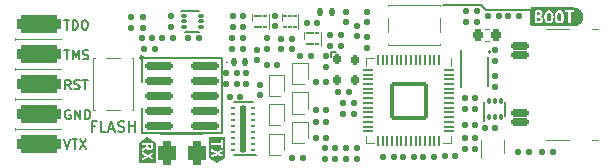
<source format=gbr>
G04 #@! TF.GenerationSoftware,KiCad,Pcbnew,7.0.7*
G04 #@! TF.CreationDate,2024-03-21T15:18:08+09:00*
G04 #@! TF.ProjectId,rs-probe,72732d70-726f-4626-952e-6b696361645f,rev?*
G04 #@! TF.SameCoordinates,Original*
G04 #@! TF.FileFunction,Legend,Top*
G04 #@! TF.FilePolarity,Positive*
%FSLAX46Y46*%
G04 Gerber Fmt 4.6, Leading zero omitted, Abs format (unit mm)*
G04 Created by KiCad (PCBNEW 7.0.7) date 2024-03-21 15:18:08*
%MOMM*%
%LPD*%
G01*
G04 APERTURE LIST*
G04 Aperture macros list*
%AMRoundRect*
0 Rectangle with rounded corners*
0 $1 Rounding radius*
0 $2 $3 $4 $5 $6 $7 $8 $9 X,Y pos of 4 corners*
0 Add a 4 corners polygon primitive as box body*
4,1,4,$2,$3,$4,$5,$6,$7,$8,$9,$2,$3,0*
0 Add four circle primitives for the rounded corners*
1,1,$1+$1,$2,$3*
1,1,$1+$1,$4,$5*
1,1,$1+$1,$6,$7*
1,1,$1+$1,$8,$9*
0 Add four rect primitives between the rounded corners*
20,1,$1+$1,$2,$3,$4,$5,0*
20,1,$1+$1,$4,$5,$6,$7,0*
20,1,$1+$1,$6,$7,$8,$9,0*
20,1,$1+$1,$8,$9,$2,$3,0*%
G04 Aperture macros list end*
%ADD10C,0.200000*%
%ADD11C,0.265000*%
%ADD12C,0.275000*%
%ADD13C,0.153000*%
%ADD14C,0.100000*%
%ADD15C,0.120000*%
%ADD16C,0.150000*%
%ADD17RoundRect,0.400000X-1.500000X-0.400000X1.500000X-0.400000X1.500000X0.400000X-1.500000X0.400000X0*%
%ADD18RoundRect,0.185000X-1.015000X-0.185000X1.015000X-0.185000X1.015000X0.185000X-1.015000X0.185000X0*%
%ADD19C,0.650000*%
%ADD20RoundRect,0.150000X0.575000X-0.150000X0.575000X0.150000X-0.575000X0.150000X-0.575000X-0.150000X0*%
%ADD21O,1.450000X0.300000*%
%ADD22O,2.100000X1.000000*%
%ADD23O,1.600000X1.000000*%
%ADD24RoundRect,0.125000X0.200000X0.000000X-0.200000X0.000000X-0.200000X0.000000X0.200000X0.000000X0*%
%ADD25RoundRect,0.125000X0.125000X1.925000X-0.125000X1.925000X-0.125000X-1.925000X0.125000X-1.925000X0*%
%ADD26RoundRect,0.137500X-0.137500X-0.137500X0.137500X-0.137500X0.137500X0.137500X-0.137500X0.137500X0*%
%ADD27RoundRect,0.137500X0.137500X-0.137500X0.137500X0.137500X-0.137500X0.137500X-0.137500X-0.137500X0*%
%ADD28RoundRect,0.050000X-0.050000X0.387500X-0.050000X-0.387500X0.050000X-0.387500X0.050000X0.387500X0*%
%ADD29RoundRect,0.050000X-0.387500X0.050000X-0.387500X-0.050000X0.387500X-0.050000X0.387500X0.050000X0*%
%ADD30RoundRect,0.144000X-1.456000X1.456000X-1.456000X-1.456000X1.456000X-1.456000X1.456000X1.456000X0*%
%ADD31RoundRect,0.137500X-0.137500X0.137500X-0.137500X-0.137500X0.137500X-0.137500X0.137500X0.137500X0*%
%ADD32R,0.360000X0.270000*%
%ADD33RoundRect,0.137500X0.137500X0.137500X-0.137500X0.137500X-0.137500X-0.137500X0.137500X-0.137500X0*%
%ADD34RoundRect,0.147500X0.147500X0.172500X-0.147500X0.172500X-0.147500X-0.172500X0.147500X-0.172500X0*%
%ADD35C,1.552000*%
%ADD36RoundRect,0.075000X-0.150000X-0.075000X0.150000X-0.075000X0.150000X0.075000X-0.150000X0.075000X0*%
%ADD37RoundRect,0.062500X0.087500X-0.062500X0.087500X0.062500X-0.087500X0.062500X-0.087500X-0.062500X0*%
%ADD38R,0.940000X0.300000*%
%ADD39R,0.650000X0.850000*%
%ADD40O,0.250000X0.600000*%
%ADD41R,1.600000X0.200000*%
%ADD42RoundRect,0.075000X0.075000X-0.150000X0.075000X0.150000X-0.075000X0.150000X-0.075000X-0.150000X0*%
%ADD43RoundRect,0.375000X-0.375000X-0.625000X0.375000X-0.625000X0.375000X0.625000X-0.375000X0.625000X0*%
%ADD44RoundRect,0.147500X-0.147500X-0.172500X0.147500X-0.172500X0.147500X0.172500X-0.147500X0.172500X0*%
%ADD45R,0.650000X1.250000*%
%ADD46RoundRect,0.218750X0.218750X0.256250X-0.218750X0.256250X-0.218750X-0.256250X0.218750X-0.256250X0*%
%ADD47RoundRect,0.175000X-0.175000X0.275000X-0.175000X-0.275000X0.175000X-0.275000X0.175000X0.275000X0*%
%ADD48R,1.250000X0.650000*%
%ADD49C,0.990600*%
G04 APERTURE END LIST*
D10*
X147600000Y-97165000D02*
X140800000Y-97165000D01*
D11*
X173800000Y-86650000D02*
X173800000Y-87950000D01*
D10*
X169500000Y-86300000D02*
X169950000Y-86750000D01*
X147600000Y-90765000D02*
X147600000Y-97165000D01*
X166350000Y-86300000D02*
X169500000Y-86300000D01*
X140800000Y-97165000D02*
X140800000Y-95065000D01*
X140800000Y-90765000D02*
X147600000Y-90765000D01*
D12*
X140937500Y-90765000D02*
G75*
G03*
X140937500Y-90765000I-137500J0D01*
G01*
D10*
X140800000Y-92865000D02*
X140800000Y-90765000D01*
X169950000Y-86750000D02*
X173700000Y-86750000D01*
D13*
X134231847Y-97694139D02*
X134498514Y-98494139D01*
X134498514Y-98494139D02*
X134765180Y-97694139D01*
X134917561Y-97694139D02*
X135374704Y-97694139D01*
X135146132Y-98494139D02*
X135146132Y-97694139D01*
X135565180Y-97694139D02*
X136098514Y-98494139D01*
X136098514Y-97694139D02*
X135565180Y-98494139D01*
X134231847Y-87594139D02*
X134688990Y-87594139D01*
X134460418Y-88394139D02*
X134460418Y-87594139D01*
X134955657Y-88394139D02*
X134955657Y-87594139D01*
X134955657Y-87594139D02*
X135146133Y-87594139D01*
X135146133Y-87594139D02*
X135260419Y-87632234D01*
X135260419Y-87632234D02*
X135336609Y-87708424D01*
X135336609Y-87708424D02*
X135374704Y-87784615D01*
X135374704Y-87784615D02*
X135412800Y-87936996D01*
X135412800Y-87936996D02*
X135412800Y-88051282D01*
X135412800Y-88051282D02*
X135374704Y-88203663D01*
X135374704Y-88203663D02*
X135336609Y-88279853D01*
X135336609Y-88279853D02*
X135260419Y-88356044D01*
X135260419Y-88356044D02*
X135146133Y-88394139D01*
X135146133Y-88394139D02*
X134955657Y-88394139D01*
X135908038Y-87594139D02*
X136060419Y-87594139D01*
X136060419Y-87594139D02*
X136136609Y-87632234D01*
X136136609Y-87632234D02*
X136212800Y-87708424D01*
X136212800Y-87708424D02*
X136250895Y-87860805D01*
X136250895Y-87860805D02*
X136250895Y-88127472D01*
X136250895Y-88127472D02*
X136212800Y-88279853D01*
X136212800Y-88279853D02*
X136136609Y-88356044D01*
X136136609Y-88356044D02*
X136060419Y-88394139D01*
X136060419Y-88394139D02*
X135908038Y-88394139D01*
X135908038Y-88394139D02*
X135831847Y-88356044D01*
X135831847Y-88356044D02*
X135755657Y-88279853D01*
X135755657Y-88279853D02*
X135717561Y-88127472D01*
X135717561Y-88127472D02*
X135717561Y-87860805D01*
X135717561Y-87860805D02*
X135755657Y-87708424D01*
X135755657Y-87708424D02*
X135831847Y-87632234D01*
X135831847Y-87632234D02*
X135908038Y-87594139D01*
X134231847Y-90119139D02*
X134688990Y-90119139D01*
X134460418Y-90919139D02*
X134460418Y-90119139D01*
X134955657Y-90919139D02*
X134955657Y-90119139D01*
X134955657Y-90119139D02*
X135222323Y-90690567D01*
X135222323Y-90690567D02*
X135488990Y-90119139D01*
X135488990Y-90119139D02*
X135488990Y-90919139D01*
X135831847Y-90881044D02*
X135946133Y-90919139D01*
X135946133Y-90919139D02*
X136136609Y-90919139D01*
X136136609Y-90919139D02*
X136212800Y-90881044D01*
X136212800Y-90881044D02*
X136250895Y-90842948D01*
X136250895Y-90842948D02*
X136288990Y-90766758D01*
X136288990Y-90766758D02*
X136288990Y-90690567D01*
X136288990Y-90690567D02*
X136250895Y-90614377D01*
X136250895Y-90614377D02*
X136212800Y-90576282D01*
X136212800Y-90576282D02*
X136136609Y-90538186D01*
X136136609Y-90538186D02*
X135984228Y-90500091D01*
X135984228Y-90500091D02*
X135908038Y-90461996D01*
X135908038Y-90461996D02*
X135869943Y-90423901D01*
X135869943Y-90423901D02*
X135831847Y-90347710D01*
X135831847Y-90347710D02*
X135831847Y-90271520D01*
X135831847Y-90271520D02*
X135869943Y-90195329D01*
X135869943Y-90195329D02*
X135908038Y-90157234D01*
X135908038Y-90157234D02*
X135984228Y-90119139D01*
X135984228Y-90119139D02*
X136174705Y-90119139D01*
X136174705Y-90119139D02*
X136288990Y-90157234D01*
X134765180Y-95207234D02*
X134688990Y-95169139D01*
X134688990Y-95169139D02*
X134574704Y-95169139D01*
X134574704Y-95169139D02*
X134460418Y-95207234D01*
X134460418Y-95207234D02*
X134384228Y-95283424D01*
X134384228Y-95283424D02*
X134346133Y-95359615D01*
X134346133Y-95359615D02*
X134308037Y-95511996D01*
X134308037Y-95511996D02*
X134308037Y-95626282D01*
X134308037Y-95626282D02*
X134346133Y-95778663D01*
X134346133Y-95778663D02*
X134384228Y-95854853D01*
X134384228Y-95854853D02*
X134460418Y-95931044D01*
X134460418Y-95931044D02*
X134574704Y-95969139D01*
X134574704Y-95969139D02*
X134650895Y-95969139D01*
X134650895Y-95969139D02*
X134765180Y-95931044D01*
X134765180Y-95931044D02*
X134803276Y-95892948D01*
X134803276Y-95892948D02*
X134803276Y-95626282D01*
X134803276Y-95626282D02*
X134650895Y-95626282D01*
X135146133Y-95969139D02*
X135146133Y-95169139D01*
X135146133Y-95169139D02*
X135603276Y-95969139D01*
X135603276Y-95969139D02*
X135603276Y-95169139D01*
X135984228Y-95969139D02*
X135984228Y-95169139D01*
X135984228Y-95169139D02*
X136174704Y-95169139D01*
X136174704Y-95169139D02*
X136288990Y-95207234D01*
X136288990Y-95207234D02*
X136365180Y-95283424D01*
X136365180Y-95283424D02*
X136403275Y-95359615D01*
X136403275Y-95359615D02*
X136441371Y-95511996D01*
X136441371Y-95511996D02*
X136441371Y-95626282D01*
X136441371Y-95626282D02*
X136403275Y-95778663D01*
X136403275Y-95778663D02*
X136365180Y-95854853D01*
X136365180Y-95854853D02*
X136288990Y-95931044D01*
X136288990Y-95931044D02*
X136174704Y-95969139D01*
X136174704Y-95969139D02*
X135984228Y-95969139D01*
X134803276Y-93444139D02*
X134536609Y-93063186D01*
X134346133Y-93444139D02*
X134346133Y-92644139D01*
X134346133Y-92644139D02*
X134650895Y-92644139D01*
X134650895Y-92644139D02*
X134727085Y-92682234D01*
X134727085Y-92682234D02*
X134765180Y-92720329D01*
X134765180Y-92720329D02*
X134803276Y-92796520D01*
X134803276Y-92796520D02*
X134803276Y-92910805D01*
X134803276Y-92910805D02*
X134765180Y-92986996D01*
X134765180Y-92986996D02*
X134727085Y-93025091D01*
X134727085Y-93025091D02*
X134650895Y-93063186D01*
X134650895Y-93063186D02*
X134346133Y-93063186D01*
X135108037Y-93406044D02*
X135222323Y-93444139D01*
X135222323Y-93444139D02*
X135412799Y-93444139D01*
X135412799Y-93444139D02*
X135488990Y-93406044D01*
X135488990Y-93406044D02*
X135527085Y-93367948D01*
X135527085Y-93367948D02*
X135565180Y-93291758D01*
X135565180Y-93291758D02*
X135565180Y-93215567D01*
X135565180Y-93215567D02*
X135527085Y-93139377D01*
X135527085Y-93139377D02*
X135488990Y-93101282D01*
X135488990Y-93101282D02*
X135412799Y-93063186D01*
X135412799Y-93063186D02*
X135260418Y-93025091D01*
X135260418Y-93025091D02*
X135184228Y-92986996D01*
X135184228Y-92986996D02*
X135146133Y-92948901D01*
X135146133Y-92948901D02*
X135108037Y-92872710D01*
X135108037Y-92872710D02*
X135108037Y-92796520D01*
X135108037Y-92796520D02*
X135146133Y-92720329D01*
X135146133Y-92720329D02*
X135184228Y-92682234D01*
X135184228Y-92682234D02*
X135260418Y-92644139D01*
X135260418Y-92644139D02*
X135450895Y-92644139D01*
X135450895Y-92644139D02*
X135565180Y-92682234D01*
X135793752Y-92644139D02*
X136250895Y-92644139D01*
X136022323Y-93444139D02*
X136022323Y-92644139D01*
X136878571Y-96560472D02*
X136578571Y-96560472D01*
X136578571Y-97031901D02*
X136578571Y-96131901D01*
X136578571Y-96131901D02*
X137007143Y-96131901D01*
X137778572Y-97031901D02*
X137350000Y-97031901D01*
X137350000Y-97031901D02*
X137350000Y-96131901D01*
X138035714Y-96774758D02*
X138464286Y-96774758D01*
X137950000Y-97031901D02*
X138250000Y-96131901D01*
X138250000Y-96131901D02*
X138550000Y-97031901D01*
X138807143Y-96989044D02*
X138935715Y-97031901D01*
X138935715Y-97031901D02*
X139150000Y-97031901D01*
X139150000Y-97031901D02*
X139235715Y-96989044D01*
X139235715Y-96989044D02*
X139278572Y-96946186D01*
X139278572Y-96946186D02*
X139321429Y-96860472D01*
X139321429Y-96860472D02*
X139321429Y-96774758D01*
X139321429Y-96774758D02*
X139278572Y-96689044D01*
X139278572Y-96689044D02*
X139235715Y-96646186D01*
X139235715Y-96646186D02*
X139150000Y-96603329D01*
X139150000Y-96603329D02*
X138978572Y-96560472D01*
X138978572Y-96560472D02*
X138892857Y-96517615D01*
X138892857Y-96517615D02*
X138850000Y-96474758D01*
X138850000Y-96474758D02*
X138807143Y-96389044D01*
X138807143Y-96389044D02*
X138807143Y-96303329D01*
X138807143Y-96303329D02*
X138850000Y-96217615D01*
X138850000Y-96217615D02*
X138892857Y-96174758D01*
X138892857Y-96174758D02*
X138978572Y-96131901D01*
X138978572Y-96131901D02*
X139192857Y-96131901D01*
X139192857Y-96131901D02*
X139321429Y-96174758D01*
X139707143Y-97031901D02*
X139707143Y-96131901D01*
X139707143Y-96560472D02*
X140221429Y-96560472D01*
X140221429Y-97031901D02*
X140221429Y-96131901D01*
D14*
X130100000Y-89290000D02*
X130100000Y-89090000D01*
X130100000Y-91830000D02*
X130100000Y-91630000D01*
X130100000Y-94370000D02*
X130100000Y-94170000D01*
X130100000Y-96910000D02*
X130100000Y-96710000D01*
X134005000Y-89190000D02*
X130100000Y-89190000D01*
X134005000Y-91730000D02*
X130100000Y-91730000D01*
X134005000Y-94270000D02*
X130100000Y-94270000D01*
X134005000Y-96810000D02*
X130100000Y-96810000D01*
D15*
X141110000Y-90830000D02*
X142435000Y-90830000D01*
X142375000Y-97175000D02*
X142375000Y-97240000D01*
X142375000Y-97240000D02*
X145905000Y-97240000D01*
X142435000Y-90765000D02*
X142435000Y-90830000D01*
X142435000Y-90765000D02*
X145965000Y-90765000D01*
X145905000Y-97175000D02*
X145905000Y-97240000D01*
X145965000Y-90765000D02*
X145965000Y-90830000D01*
X175000000Y-97700000D02*
X177000000Y-97700000D01*
X178900000Y-97700000D02*
X179440000Y-97700000D01*
X175000000Y-88300000D02*
X177000000Y-88300000D01*
X178900000Y-88300000D02*
X179440000Y-88300000D01*
D16*
X150500000Y-99050000D02*
X148600000Y-99050000D01*
X150200000Y-94550000D02*
X148600000Y-94550000D01*
D15*
X159790000Y-90790000D02*
X160440000Y-90790000D01*
X167010000Y-91440000D02*
X167010000Y-90790000D01*
X159790000Y-91440000D02*
X159790000Y-90790000D01*
X167010000Y-97360000D02*
X167010000Y-98010000D01*
X159790000Y-97360000D02*
X159790000Y-98010000D01*
X167010000Y-98010000D02*
X166360000Y-98010000D01*
X159790000Y-98010000D02*
X160440000Y-98010000D01*
X152850000Y-93600000D02*
X152850000Y-92200000D01*
X152850000Y-92200000D02*
X151550000Y-92200000D01*
X151550000Y-94000000D02*
X152550000Y-94000000D01*
X151550000Y-92200000D02*
X151550000Y-94000000D01*
G36*
X174540644Y-87402156D02*
G01*
X174590412Y-87514789D01*
X174572950Y-87592497D01*
X174528421Y-87639646D01*
X174466429Y-87662347D01*
X174394832Y-87668459D01*
X174341572Y-87666713D01*
X174291804Y-87661474D01*
X174291804Y-87368104D01*
X174407056Y-87368104D01*
X174540644Y-87402156D01*
G37*
G36*
X174447220Y-86939399D02*
G01*
X174496115Y-86956862D01*
X174529294Y-86993533D01*
X174541517Y-87055525D01*
X174499607Y-87154188D01*
X174375624Y-87189986D01*
X174291804Y-87189986D01*
X174291804Y-86942019D01*
X174338952Y-86936780D01*
X174389594Y-86935034D01*
X174447220Y-86939399D01*
G37*
G36*
X175381464Y-86952496D02*
G01*
X175432978Y-87032824D01*
X175457426Y-87152442D01*
X175462010Y-87223820D01*
X175463537Y-87300000D01*
X175462010Y-87375962D01*
X175457426Y-87446685D01*
X175432978Y-87566303D01*
X175380591Y-87647504D01*
X175292405Y-87677190D01*
X175203346Y-87647504D01*
X175151832Y-87567176D01*
X175127384Y-87447558D01*
X175122800Y-87376180D01*
X175121272Y-87300000D01*
X175122800Y-87224038D01*
X175127384Y-87153315D01*
X175151832Y-87033697D01*
X175203346Y-86952496D01*
X175292405Y-86922810D01*
X175381464Y-86952496D01*
G37*
G36*
X176254589Y-86952496D02*
G01*
X176306103Y-87032824D01*
X176330551Y-87152442D01*
X176335135Y-87223820D01*
X176336662Y-87300000D01*
X176335135Y-87375962D01*
X176330551Y-87446685D01*
X176306103Y-87566303D01*
X176253716Y-87647504D01*
X176165530Y-87677190D01*
X176076471Y-87647504D01*
X176024957Y-87567176D01*
X176000509Y-87447558D01*
X175995925Y-87376180D01*
X175994397Y-87300000D01*
X175995925Y-87224038D01*
X176000509Y-87153315D01*
X176024957Y-87033697D01*
X176076471Y-86952496D01*
X176165530Y-86922810D01*
X176254589Y-86952496D01*
G37*
G36*
X174077015Y-86517680D02*
G01*
X177431561Y-86517680D01*
X177431707Y-86517680D01*
X177508388Y-86521447D01*
X177584330Y-86532712D01*
X177658802Y-86551366D01*
X177731088Y-86577231D01*
X177800490Y-86610055D01*
X177866340Y-86649525D01*
X177928005Y-86695258D01*
X177984890Y-86746816D01*
X178036448Y-86803701D01*
X178082182Y-86865366D01*
X178121651Y-86931217D01*
X178154476Y-87000619D01*
X178180340Y-87072905D01*
X178198995Y-87147377D01*
X178210260Y-87223319D01*
X178214027Y-87300000D01*
X178210260Y-87376681D01*
X178198995Y-87452623D01*
X178180340Y-87527095D01*
X178154476Y-87599381D01*
X178121651Y-87668783D01*
X178082182Y-87734634D01*
X178036448Y-87796299D01*
X177984890Y-87853184D01*
X177928005Y-87904742D01*
X177866340Y-87950475D01*
X177800490Y-87989945D01*
X177731088Y-88022769D01*
X177658802Y-88048634D01*
X177584330Y-88067288D01*
X177508388Y-88078553D01*
X177431707Y-88082320D01*
X177431561Y-88082320D01*
X174077015Y-88082320D01*
X173785973Y-88082320D01*
X173785973Y-87823875D01*
X174077015Y-87823875D01*
X174152540Y-87837627D01*
X174228939Y-87847449D01*
X174304464Y-87853343D01*
X174377370Y-87855308D01*
X174463591Y-87851160D01*
X174544137Y-87838718D01*
X174616606Y-87816453D01*
X174678598Y-87782838D01*
X174768530Y-87678063D01*
X174793414Y-87604502D01*
X174801709Y-87514789D01*
X174791886Y-87441446D01*
X174762418Y-87371596D01*
X174705447Y-87310478D01*
X174684928Y-87300000D01*
X174902991Y-87300000D01*
X174909267Y-87431132D01*
X174928094Y-87545130D01*
X174959472Y-87641992D01*
X175003401Y-87721719D01*
X175080333Y-87800786D01*
X175177249Y-87848225D01*
X175294151Y-87864039D01*
X175408240Y-87848225D01*
X175503701Y-87800786D01*
X175580536Y-87721719D01*
X175624847Y-87641992D01*
X175656498Y-87545130D01*
X175675489Y-87431132D01*
X175681819Y-87300000D01*
X175776116Y-87300000D01*
X175782392Y-87431132D01*
X175801219Y-87545130D01*
X175832597Y-87641992D01*
X175876526Y-87721719D01*
X175953458Y-87800786D01*
X176050374Y-87848225D01*
X176167276Y-87864039D01*
X176281365Y-87848225D01*
X176376826Y-87800786D01*
X176453661Y-87721719D01*
X176497972Y-87641992D01*
X176529623Y-87545130D01*
X176548614Y-87431132D01*
X176554944Y-87300000D01*
X176548723Y-87168868D01*
X176530060Y-87054870D01*
X176498955Y-86958008D01*
X176455407Y-86878281D01*
X176378961Y-86799214D01*
X176299921Y-86760409D01*
X176645749Y-86760409D01*
X176645749Y-86938526D01*
X176930387Y-86938526D01*
X176930387Y-87841338D01*
X177146922Y-87841338D01*
X177146922Y-86938526D01*
X177431561Y-86938526D01*
X177431561Y-86760409D01*
X176645749Y-86760409D01*
X176299921Y-86760409D01*
X176282335Y-86751775D01*
X176165530Y-86735961D01*
X176052218Y-86751775D01*
X175956756Y-86799214D01*
X175879145Y-86878281D01*
X175834070Y-86958008D01*
X175801873Y-87054870D01*
X175782556Y-87168868D01*
X175776116Y-87300000D01*
X175681819Y-87300000D01*
X175675598Y-87168868D01*
X175656935Y-87054870D01*
X175625830Y-86958008D01*
X175582282Y-86878281D01*
X175505836Y-86799214D01*
X175409210Y-86751775D01*
X175292405Y-86735961D01*
X175179093Y-86751775D01*
X175083631Y-86799214D01*
X175006020Y-86878281D01*
X174960945Y-86958008D01*
X174928748Y-87054870D01*
X174909431Y-87168868D01*
X174902991Y-87300000D01*
X174684928Y-87300000D01*
X174613114Y-87263329D01*
X174713523Y-87169031D01*
X174741681Y-87105293D01*
X174751067Y-87032824D01*
X174735351Y-86931541D01*
X174675979Y-86839863D01*
X174555487Y-86773506D01*
X174467302Y-86754515D01*
X174356415Y-86748185D01*
X174211476Y-86756043D01*
X174077015Y-86774379D01*
X174077015Y-87823875D01*
X173785973Y-87823875D01*
X173785973Y-86517680D01*
X174077015Y-86517680D01*
G37*
D14*
X157540000Y-86900000D02*
G75*
G03*
X157540000Y-86900000I-50000J0D01*
G01*
D16*
X144100000Y-86800000D02*
X145700000Y-86800000D01*
X145700000Y-88600000D02*
X144500000Y-88600000D01*
D15*
X152850000Y-96100000D02*
X152850000Y-94700000D01*
X152850000Y-94700000D02*
X151550000Y-94700000D01*
X151550000Y-96500000D02*
X152550000Y-96500000D01*
X151550000Y-94700000D02*
X151550000Y-96500000D01*
G36*
X141626231Y-98217479D02*
G01*
X141627025Y-98244466D01*
X141617897Y-98314713D01*
X141590513Y-98369879D01*
X141543681Y-98405597D01*
X141476213Y-98417504D01*
X141365881Y-98373054D01*
X141336711Y-98314713D01*
X141326988Y-98228591D01*
X141326988Y-98185729D01*
X141622263Y-98185729D01*
X141626231Y-98217479D01*
G37*
G36*
X141995325Y-97990334D02*
G01*
X141995325Y-97990466D01*
X141995325Y-99474779D01*
X141995325Y-99673216D01*
X140604675Y-99673216D01*
X140604675Y-99474779D01*
X140604675Y-98715954D01*
X140803112Y-98715954D01*
X140803112Y-98927091D01*
X140889036Y-98963604D01*
X140984881Y-99006466D01*
X141083902Y-99052504D01*
X141179350Y-99098541D01*
X141080925Y-99145174D01*
X140982500Y-99189822D01*
X140888441Y-99230105D01*
X140803112Y-99263641D01*
X140803112Y-99474779D01*
X140907094Y-99431916D01*
X140970594Y-99402746D01*
X141038856Y-99369210D01*
X141110492Y-99332102D01*
X141184112Y-99292216D01*
X141257137Y-99250544D01*
X141326988Y-99208079D01*
X141785775Y-99458904D01*
X141785775Y-99262054D01*
X141471450Y-99098541D01*
X141785775Y-98942966D01*
X141785775Y-98731829D01*
X141322225Y-98989004D01*
X141252573Y-98950110D01*
X141180144Y-98909629D01*
X141107317Y-98869346D01*
X141036475Y-98831047D01*
X140969006Y-98795329D01*
X140906300Y-98762785D01*
X140803112Y-98715954D01*
X140604675Y-98715954D01*
X140604675Y-97990466D01*
X140803112Y-97990466D01*
X140803112Y-98185729D01*
X141165062Y-98185729D01*
X141165062Y-98287329D01*
X141075170Y-98341105D01*
X140986469Y-98391310D01*
X140896577Y-98436752D01*
X140803112Y-98476241D01*
X140803112Y-98681029D01*
X140907094Y-98635785D01*
X141016631Y-98581016D01*
X141121406Y-98522279D01*
X141212687Y-98465129D01*
X141257534Y-98534582D01*
X141319050Y-98581016D01*
X141392869Y-98607210D01*
X141474625Y-98615941D01*
X141551817Y-98609393D01*
X141618294Y-98589747D01*
X141719100Y-98514341D01*
X141753628Y-98460366D01*
X141777838Y-98396866D01*
X141792125Y-98324635D01*
X141796888Y-98244466D01*
X141795300Y-98188904D01*
X141791331Y-98122229D01*
X141783394Y-98053172D01*
X141771488Y-97990466D01*
X140803112Y-97990466D01*
X140604675Y-97990466D01*
X140604675Y-97990334D01*
X141300000Y-97526784D01*
X141995325Y-97990334D01*
G37*
X154075000Y-88300000D02*
X154075000Y-87100000D01*
X152655000Y-87700000D02*
X152655000Y-87100000D01*
X154850000Y-95100000D02*
X154850000Y-93700000D01*
X154850000Y-93700000D02*
X153550000Y-93700000D01*
X153550000Y-95500000D02*
X154550000Y-95500000D01*
X153550000Y-93700000D02*
X153550000Y-95500000D01*
X171450000Y-98850000D02*
X171450000Y-97700000D01*
X169550000Y-99300000D02*
X169550000Y-97700000D01*
D16*
X167850000Y-90150000D02*
X167850000Y-93250000D01*
X170150000Y-90700000D02*
X170150000Y-93200000D01*
D10*
X170350000Y-90300000D02*
G75*
G03*
X170350000Y-90300000I-100000J0D01*
G01*
D16*
X169800000Y-96100000D02*
X169800000Y-94500000D01*
X171600000Y-94500000D02*
X171600000Y-95700000D01*
G36*
X147889769Y-97704055D02*
G01*
X147889769Y-99234405D01*
X147889769Y-99234537D01*
X147200000Y-99694383D01*
X146510231Y-99234537D01*
X146510231Y-99234405D01*
X146510231Y-98475580D01*
X146708669Y-98475580D01*
X146708669Y-98686717D01*
X146794592Y-98723230D01*
X146890437Y-98766092D01*
X146989458Y-98812130D01*
X147084906Y-98858167D01*
X146986481Y-98904800D01*
X146888056Y-98949448D01*
X146793997Y-98989731D01*
X146708669Y-99023267D01*
X146708669Y-99234405D01*
X146812650Y-99191542D01*
X146876150Y-99162372D01*
X146944412Y-99128836D01*
X147016048Y-99091728D01*
X147089669Y-99051842D01*
X147162694Y-99010170D01*
X147232544Y-98967705D01*
X147691331Y-99218530D01*
X147691331Y-99021680D01*
X147377006Y-98858167D01*
X147691331Y-98702592D01*
X147691331Y-98491455D01*
X147227781Y-98748630D01*
X147158130Y-98709736D01*
X147085700Y-98669255D01*
X147012873Y-98628972D01*
X146942031Y-98590673D01*
X146874562Y-98554955D01*
X146811856Y-98522411D01*
X146708669Y-98475580D01*
X146510231Y-98475580D01*
X146510231Y-98159667D01*
X146708669Y-98159667D01*
X147529406Y-98159667D01*
X147529406Y-98418430D01*
X147691331Y-98418430D01*
X147691331Y-97704055D01*
X147529406Y-97704055D01*
X147529406Y-97962817D01*
X146708669Y-97962817D01*
X146708669Y-98159667D01*
X146510231Y-98159667D01*
X146510231Y-97704055D01*
X146510231Y-97505617D01*
X147889769Y-97505617D01*
X147889769Y-97704055D01*
G37*
D15*
X151560000Y-88300000D02*
X151560000Y-87100000D01*
X150140000Y-87700000D02*
X150140000Y-87100000D01*
X152850000Y-98600000D02*
X152850000Y-97200000D01*
X152850000Y-97200000D02*
X151550000Y-97200000D01*
X151550000Y-99000000D02*
X152550000Y-99000000D01*
X151550000Y-97200000D02*
X151550000Y-99000000D01*
X154850000Y-92600000D02*
X154850000Y-91200000D01*
X154850000Y-91200000D02*
X153550000Y-91200000D01*
X153550000Y-93000000D02*
X154550000Y-93000000D01*
X153550000Y-91200000D02*
X153550000Y-93000000D01*
D14*
X148060000Y-91150000D02*
G75*
G03*
X148060000Y-91150000I-50000J0D01*
G01*
D15*
X136700000Y-95200000D02*
X136820000Y-95200000D01*
X137830000Y-95200000D02*
X138970000Y-95200000D01*
X139980000Y-95200000D02*
X140100000Y-95200000D01*
X140100000Y-95200000D02*
X140100000Y-90800000D01*
X136700000Y-90800000D02*
X136700000Y-95200000D01*
X136820000Y-90800000D02*
X136700000Y-90800000D01*
X138970000Y-90800000D02*
X137830000Y-90800000D01*
X140100000Y-90800000D02*
X139980000Y-90800000D01*
X170212779Y-89360000D02*
X169887221Y-89360000D01*
X170212779Y-88340000D02*
X169887221Y-88340000D01*
X154850000Y-97600000D02*
X154850000Y-96200000D01*
X154850000Y-96200000D02*
X153550000Y-96200000D01*
X153550000Y-98000000D02*
X154550000Y-98000000D01*
X153550000Y-96200000D02*
X153550000Y-98000000D01*
D16*
X157300000Y-90250000D02*
X156800000Y-90250000D01*
X156800000Y-90250000D02*
X156800000Y-90700000D01*
D15*
X155960000Y-89775000D02*
X155960000Y-88575000D01*
X154540000Y-89175000D02*
X154540000Y-88575000D01*
X161700000Y-86300000D02*
X161700000Y-86420000D01*
X161700000Y-87430000D02*
X161700000Y-88570000D01*
X161700000Y-89580000D02*
X161700000Y-89700000D01*
X161700000Y-89700000D02*
X166100000Y-89700000D01*
X166100000Y-86300000D02*
X161700000Y-86300000D01*
X166100000Y-86420000D02*
X166100000Y-86300000D01*
X166100000Y-88570000D02*
X166100000Y-87430000D01*
X166100000Y-89700000D02*
X166100000Y-89580000D01*
%LPC*%
D17*
X132100000Y-87920000D03*
X132100000Y-90460000D03*
X132100000Y-93000000D03*
X132100000Y-95540000D03*
X132100000Y-98080000D03*
D18*
X142250000Y-91460000D03*
X146150000Y-91460000D03*
X142250000Y-92730000D03*
X146150000Y-92730000D03*
X142250000Y-94000000D03*
X146150000Y-94000000D03*
X142250000Y-95270000D03*
X146150000Y-95270000D03*
X142250000Y-96540000D03*
X146150000Y-96540000D03*
D19*
X174300000Y-95890000D03*
X174300000Y-90110000D03*
D20*
X172855000Y-96250000D03*
X172855000Y-95450000D03*
D21*
X172855000Y-94250000D03*
X172855000Y-93250000D03*
X172855000Y-92750000D03*
X172855000Y-91750000D03*
D20*
X172855000Y-90550000D03*
X172855000Y-89750000D03*
X172855000Y-89750000D03*
X172855000Y-90550000D03*
D21*
X172855000Y-91250000D03*
X172855000Y-92250000D03*
X172855000Y-93750000D03*
X172855000Y-94750000D03*
D20*
X172855000Y-95450000D03*
X172855000Y-96250000D03*
D22*
X173770000Y-97320000D03*
D23*
X177950000Y-97320000D03*
D22*
X173770000Y-88680000D03*
D23*
X177950000Y-88680000D03*
D24*
X150225000Y-98550000D03*
X150225000Y-98050000D03*
X150225000Y-97550000D03*
X150225000Y-97050000D03*
X150225000Y-96550000D03*
X150225000Y-96050000D03*
X150225000Y-95550000D03*
X150225000Y-95050000D03*
X148575000Y-95050000D03*
X148575000Y-95550000D03*
X148575000Y-96050000D03*
X148575000Y-96550000D03*
X148575000Y-97050000D03*
X148575000Y-97550000D03*
X148575000Y-98050000D03*
X148575000Y-98550000D03*
D25*
X149400000Y-96800000D03*
D26*
X170150000Y-87250000D03*
X171050000Y-87250000D03*
X147975000Y-92100000D03*
X148875000Y-92100000D03*
D27*
X170700000Y-91050000D03*
X170700000Y-90150000D03*
D28*
X166000000Y-90962500D03*
X165600000Y-90962500D03*
X165200000Y-90962500D03*
X164800000Y-90962500D03*
X164400000Y-90962500D03*
X164000000Y-90962500D03*
X163600000Y-90962500D03*
X163200000Y-90962500D03*
X162800000Y-90962500D03*
X162400000Y-90962500D03*
X162000000Y-90962500D03*
X161600000Y-90962500D03*
X161200000Y-90962500D03*
X160800000Y-90962500D03*
D29*
X159962500Y-91800000D03*
X159962500Y-92200000D03*
X159962500Y-92600000D03*
X159962500Y-93000000D03*
X159962500Y-93400000D03*
X159962500Y-93800000D03*
X159962500Y-94200000D03*
X159962500Y-94600000D03*
X159962500Y-95000000D03*
X159962500Y-95400000D03*
X159962500Y-95800000D03*
X159962500Y-96200000D03*
X159962500Y-96600000D03*
X159962500Y-97000000D03*
D28*
X160800000Y-97837500D03*
X161200000Y-97837500D03*
X161600000Y-97837500D03*
X162000000Y-97837500D03*
X162400000Y-97837500D03*
X162800000Y-97837500D03*
X163200000Y-97837500D03*
X163600000Y-97837500D03*
X164000000Y-97837500D03*
X164400000Y-97837500D03*
X164800000Y-97837500D03*
X165200000Y-97837500D03*
X165600000Y-97837500D03*
X166000000Y-97837500D03*
D29*
X166837500Y-97000000D03*
X166837500Y-96600000D03*
X166837500Y-96200000D03*
X166837500Y-95800000D03*
X166837500Y-95400000D03*
X166837500Y-95000000D03*
X166837500Y-94600000D03*
X166837500Y-94200000D03*
X166837500Y-93800000D03*
X166837500Y-93400000D03*
X166837500Y-93000000D03*
X166837500Y-92600000D03*
X166837500Y-92200000D03*
X166837500Y-91800000D03*
D30*
X163400000Y-94400000D03*
D31*
X156400000Y-90650000D03*
X156400000Y-91550000D03*
D32*
X152545000Y-93600000D03*
X152545000Y-93100000D03*
X152545000Y-92600000D03*
X151855000Y-92600000D03*
X151855000Y-93100000D03*
X151855000Y-93600000D03*
D33*
X163850000Y-99200000D03*
X162950000Y-99200000D03*
D34*
X156885000Y-86900000D03*
X155915000Y-86900000D03*
D26*
X154250000Y-90650000D03*
X155150000Y-90650000D03*
D35*
X179000000Y-99000000D03*
D27*
X159900000Y-89950000D03*
X159900000Y-89050000D03*
D26*
X155550000Y-92800000D03*
X156450000Y-92800000D03*
D27*
X156300000Y-99350000D03*
X156300000Y-98450000D03*
D33*
X148875000Y-93000000D03*
X147975000Y-93000000D03*
D26*
X155550000Y-96200000D03*
X156450000Y-96200000D03*
D33*
X153500000Y-89200000D03*
X152600000Y-89200000D03*
X158350000Y-93700000D03*
X157450000Y-93700000D03*
D36*
X144400000Y-87200000D03*
X144400000Y-87700000D03*
X144400000Y-88200000D03*
X145800000Y-88200000D03*
X145800000Y-87700000D03*
X145800000Y-87200000D03*
D32*
X152545000Y-96100000D03*
X152545000Y-95600000D03*
X152545000Y-95100000D03*
X151855000Y-95100000D03*
X151855000Y-95600000D03*
X151855000Y-96100000D03*
D33*
X162150000Y-99200000D03*
X161250000Y-99200000D03*
D26*
X148450000Y-89100000D03*
X149350000Y-89100000D03*
D31*
X149400000Y-87250000D03*
X149400000Y-88150000D03*
D33*
X155675000Y-87825000D03*
X154775000Y-87825000D03*
D31*
X169200000Y-86850000D03*
X169200000Y-87750000D03*
X168300000Y-86850000D03*
X168300000Y-87750000D03*
D26*
X153550000Y-99300000D03*
X154450000Y-99300000D03*
X169850000Y-96700000D03*
X170750000Y-96700000D03*
D37*
X152965000Y-88175000D03*
X153365000Y-88175000D03*
X153765000Y-88175000D03*
X153765000Y-87225000D03*
X153365000Y-87225000D03*
X152965000Y-87225000D03*
D38*
X153365000Y-87700000D03*
D31*
X152100000Y-87200000D03*
X152100000Y-88100000D03*
D27*
X150600000Y-91000000D03*
X150600000Y-90100000D03*
D33*
X175600000Y-98750000D03*
X174700000Y-98750000D03*
D27*
X151450000Y-90000000D03*
X151450000Y-89100000D03*
D32*
X154545000Y-95100000D03*
X154545000Y-94600000D03*
X154545000Y-94100000D03*
X153855000Y-94100000D03*
X153855000Y-94600000D03*
X153855000Y-95100000D03*
D39*
X170925000Y-99225000D03*
X170075000Y-99225000D03*
X170075000Y-97775000D03*
X170925000Y-97775000D03*
D26*
X168150000Y-96500000D03*
X169050000Y-96500000D03*
X148450000Y-90000000D03*
X149350000Y-90000000D03*
D31*
X156750000Y-88850000D03*
X156750000Y-89750000D03*
D40*
X169750000Y-90350000D03*
X169250000Y-90350000D03*
X168750000Y-90350000D03*
X168250000Y-90350000D03*
X168250000Y-93050000D03*
X168750000Y-93050000D03*
X169250000Y-93050000D03*
X169750000Y-93050000D03*
D41*
X169000000Y-91700000D03*
D31*
X157650000Y-88850000D03*
X157650000Y-89750000D03*
X148500000Y-87250000D03*
X148500000Y-88150000D03*
D27*
X150800000Y-93950000D03*
X150800000Y-93050000D03*
D42*
X170200000Y-95800000D03*
X170700000Y-95800000D03*
X171200000Y-95800000D03*
X171200000Y-94400000D03*
X170700000Y-94400000D03*
X170200000Y-94400000D03*
D33*
X143450000Y-89100000D03*
X142550000Y-89100000D03*
D26*
X155550000Y-97600000D03*
X156450000Y-97600000D03*
D31*
X139900000Y-87350000D03*
X139900000Y-88250000D03*
D35*
X138000000Y-98500000D03*
D31*
X140900000Y-87350000D03*
X140900000Y-88250000D03*
D37*
X150450000Y-88175000D03*
X150850000Y-88175000D03*
X151250000Y-88175000D03*
X151250000Y-87225000D03*
X150850000Y-87225000D03*
X150450000Y-87225000D03*
D38*
X150850000Y-87700000D03*
D32*
X152545000Y-98600000D03*
X152545000Y-98100000D03*
X152545000Y-97600000D03*
X151855000Y-97600000D03*
X151855000Y-98100000D03*
X151855000Y-98600000D03*
D35*
X138000000Y-87500000D03*
D43*
X142960000Y-98800000D03*
D33*
X165550000Y-99200000D03*
X164650000Y-99200000D03*
X169050000Y-98500000D03*
X168150000Y-98500000D03*
D32*
X154545000Y-92600000D03*
X154545000Y-92100000D03*
X154545000Y-91600000D03*
X153855000Y-91600000D03*
X153855000Y-92100000D03*
X153855000Y-92600000D03*
D43*
X145500000Y-98800000D03*
D27*
X159000000Y-99350000D03*
X159000000Y-98450000D03*
D33*
X158750000Y-95500000D03*
X157850000Y-95500000D03*
D35*
X179000000Y-87000000D03*
D33*
X153500000Y-90050000D03*
X152600000Y-90050000D03*
D26*
X168150000Y-94200000D03*
X169050000Y-94200000D03*
D33*
X149150000Y-94100000D03*
X148250000Y-94100000D03*
D26*
X155550000Y-95200000D03*
X156450000Y-95200000D03*
X168150000Y-97600000D03*
X169050000Y-97600000D03*
D27*
X170700000Y-93250000D03*
X170700000Y-92350000D03*
D44*
X148615000Y-91150000D03*
X149585000Y-91150000D03*
D33*
X152300000Y-91350000D03*
X151400000Y-91350000D03*
D26*
X141000000Y-90050000D03*
X141900000Y-90050000D03*
D45*
X137325000Y-95175000D03*
X137325000Y-90825000D03*
X139475000Y-95175000D03*
X139475000Y-90825000D03*
D26*
X144750000Y-89100000D03*
X145650000Y-89100000D03*
D27*
X157200000Y-99350000D03*
X157200000Y-98450000D03*
D46*
X170837500Y-88850000D03*
X169262500Y-88850000D03*
D33*
X167350000Y-99100000D03*
X166450000Y-99100000D03*
D32*
X154545000Y-97600000D03*
X154545000Y-97100000D03*
X154545000Y-96600000D03*
X153855000Y-96600000D03*
X153855000Y-97100000D03*
X153855000Y-97600000D03*
D31*
X143300000Y-87250000D03*
X143300000Y-88150000D03*
D33*
X158750000Y-94600000D03*
X157850000Y-94600000D03*
D47*
X157350000Y-90900000D03*
X157350000Y-92700000D03*
X158850000Y-92675000D03*
X158850000Y-90925000D03*
D27*
X158100000Y-87775000D03*
X158100000Y-86875000D03*
D33*
X173600000Y-98750000D03*
X172700000Y-98750000D03*
D27*
X159900000Y-87775000D03*
X159900000Y-86875000D03*
D37*
X154850000Y-89650000D03*
X155250000Y-89650000D03*
X155650000Y-89650000D03*
X155650000Y-88700000D03*
X155250000Y-88700000D03*
X154850000Y-88700000D03*
D38*
X155250000Y-89175000D03*
D48*
X161725000Y-86925000D03*
X166075000Y-86925000D03*
X161725000Y-89075000D03*
X166075000Y-89075000D03*
D27*
X158100000Y-99350000D03*
X158100000Y-98450000D03*
D31*
X159000000Y-88075000D03*
X159000000Y-88975000D03*
X149650000Y-92100000D03*
X149650000Y-93000000D03*
D26*
X171850000Y-87250000D03*
X172750000Y-87250000D03*
X168150000Y-95100000D03*
X169050000Y-95100000D03*
D33*
X141700000Y-89100000D03*
X140800000Y-89100000D03*
D49*
X141960000Y-87800000D03*
X147040000Y-86784000D03*
X147040000Y-88816000D03*
%LPD*%
M02*

</source>
